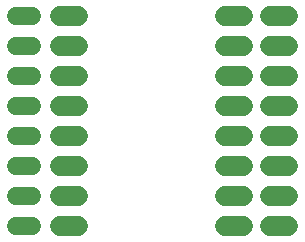
<source format=gbr>
G04 EAGLE Gerber X2 export*
G04 #@! %TF.Part,Single*
G04 #@! %TF.FileFunction,Soldermask,Bot,1*
G04 #@! %TF.FilePolarity,Negative*
G04 #@! %TF.GenerationSoftware,Autodesk,EAGLE,9.0.0*
G04 #@! %TF.CreationDate,2019-08-08T19:13:13Z*
G75*
%MOMM*%
%FSLAX34Y34*%
%LPD*%
%AMOC8*
5,1,8,0,0,1.08239X$1,22.5*%
G01*
%ADD10C,1.524000*%
%ADD11C,1.727200*%


D10*
X120904Y190500D02*
X107696Y190500D01*
X107696Y165100D02*
X120904Y165100D01*
X120904Y139700D02*
X107696Y139700D01*
X107696Y114300D02*
X120904Y114300D01*
X120904Y88900D02*
X107696Y88900D01*
X107696Y63500D02*
X120904Y63500D01*
X120904Y38100D02*
X107696Y38100D01*
X107696Y12700D02*
X120904Y12700D01*
D11*
X322580Y12700D02*
X337820Y12700D01*
X337820Y38100D02*
X322580Y38100D01*
X322580Y63500D02*
X337820Y63500D01*
X337820Y88900D02*
X322580Y88900D01*
X322580Y114300D02*
X337820Y114300D01*
X337820Y139700D02*
X322580Y139700D01*
X322580Y165100D02*
X337820Y165100D01*
X337820Y190500D02*
X322580Y190500D01*
X160020Y190500D02*
X144780Y190500D01*
X144780Y165100D02*
X160020Y165100D01*
X160020Y139700D02*
X144780Y139700D01*
X144780Y114300D02*
X160020Y114300D01*
X160020Y88900D02*
X144780Y88900D01*
X144780Y63500D02*
X160020Y63500D01*
X160020Y38100D02*
X144780Y38100D01*
X144780Y12700D02*
X160020Y12700D01*
X284480Y190500D02*
X299720Y190500D01*
X299720Y165100D02*
X284480Y165100D01*
X284480Y139700D02*
X299720Y139700D01*
X299720Y114300D02*
X284480Y114300D01*
X284480Y88900D02*
X299720Y88900D01*
X299720Y63500D02*
X284480Y63500D01*
X284480Y38100D02*
X299720Y38100D01*
X299720Y12700D02*
X284480Y12700D01*
M02*

</source>
